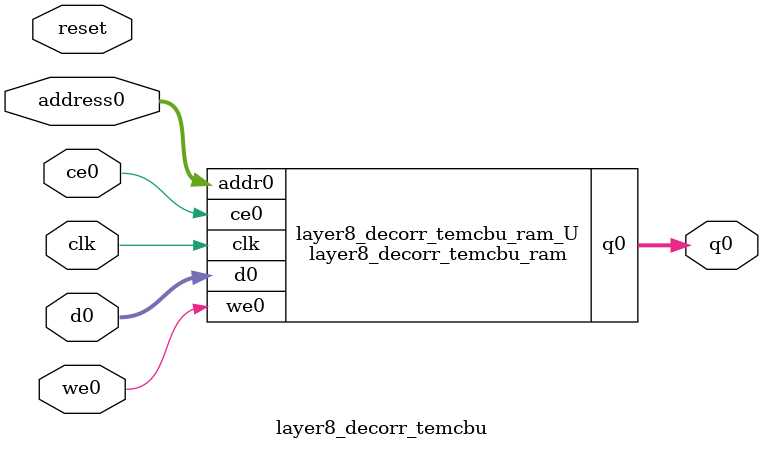
<source format=v>
`timescale 1 ns / 1 ps
module layer8_decorr_temcbu_ram (addr0, ce0, d0, we0, q0,  clk);

parameter DWIDTH = 12;
parameter AWIDTH = 9;
parameter MEM_SIZE = 330;

input[AWIDTH-1:0] addr0;
input ce0;
input[DWIDTH-1:0] d0;
input we0;
output reg[DWIDTH-1:0] q0;
input clk;

(* ram_style = "block" *)reg [DWIDTH-1:0] ram[0:MEM_SIZE-1];




always @(posedge clk)  
begin 
    if (ce0) 
    begin
        if (we0) 
        begin 
            ram[addr0] <= d0; 
        end 
        q0 <= ram[addr0];
    end
end


endmodule

`timescale 1 ns / 1 ps
module layer8_decorr_temcbu(
    reset,
    clk,
    address0,
    ce0,
    we0,
    d0,
    q0);

parameter DataWidth = 32'd12;
parameter AddressRange = 32'd330;
parameter AddressWidth = 32'd9;
input reset;
input clk;
input[AddressWidth - 1:0] address0;
input ce0;
input we0;
input[DataWidth - 1:0] d0;
output[DataWidth - 1:0] q0;



layer8_decorr_temcbu_ram layer8_decorr_temcbu_ram_U(
    .clk( clk ),
    .addr0( address0 ),
    .ce0( ce0 ),
    .we0( we0 ),
    .d0( d0 ),
    .q0( q0 ));

endmodule


</source>
